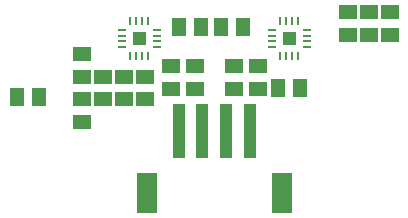
<source format=gbr>
G04 EAGLE Gerber RS-274X export*
G75*
%MOMM*%
%FSLAX34Y34*%
%LPD*%
%INSolderpaste Top*%
%IPPOS*%
%AMOC8*
5,1,8,0,0,1.08239X$1,22.5*%
G01*
%ADD10R,0.800000X0.280000*%
%ADD11R,0.280000X0.800000*%
%ADD12R,1.500000X1.240000*%
%ADD13R,1.240000X1.500000*%
%ADD14R,1.000000X4.600000*%
%ADD15R,1.700000X3.400000*%

G36*
X386145Y146697D02*
X386145Y146697D01*
X386211Y146699D01*
X386254Y146717D01*
X386301Y146725D01*
X386358Y146759D01*
X386418Y146784D01*
X386453Y146815D01*
X386494Y146840D01*
X386536Y146891D01*
X386584Y146935D01*
X386606Y146977D01*
X386635Y147014D01*
X386656Y147076D01*
X386687Y147135D01*
X386695Y147189D01*
X386707Y147226D01*
X386706Y147266D01*
X386714Y147320D01*
X386714Y157480D01*
X386703Y157545D01*
X386701Y157611D01*
X386683Y157654D01*
X386675Y157701D01*
X386641Y157758D01*
X386616Y157818D01*
X386585Y157853D01*
X386560Y157894D01*
X386509Y157936D01*
X386465Y157984D01*
X386423Y158006D01*
X386386Y158035D01*
X386324Y158056D01*
X386265Y158087D01*
X386211Y158095D01*
X386174Y158107D01*
X386134Y158106D01*
X386080Y158114D01*
X375920Y158114D01*
X375855Y158103D01*
X375789Y158101D01*
X375746Y158083D01*
X375699Y158075D01*
X375642Y158041D01*
X375582Y158016D01*
X375547Y157985D01*
X375506Y157960D01*
X375465Y157909D01*
X375416Y157865D01*
X375394Y157823D01*
X375365Y157786D01*
X375344Y157724D01*
X375313Y157665D01*
X375305Y157611D01*
X375293Y157574D01*
X375293Y157563D01*
X375293Y157562D01*
X375294Y157532D01*
X375286Y157480D01*
X375286Y147320D01*
X375297Y147255D01*
X375299Y147189D01*
X375317Y147146D01*
X375325Y147099D01*
X375359Y147042D01*
X375384Y146982D01*
X375415Y146947D01*
X375440Y146906D01*
X375491Y146865D01*
X375535Y146816D01*
X375577Y146794D01*
X375614Y146765D01*
X375676Y146744D01*
X375735Y146713D01*
X375789Y146705D01*
X375826Y146693D01*
X375866Y146694D01*
X375920Y146686D01*
X386080Y146686D01*
X386145Y146697D01*
G37*
G36*
X259145Y146697D02*
X259145Y146697D01*
X259211Y146699D01*
X259254Y146717D01*
X259301Y146725D01*
X259358Y146759D01*
X259418Y146784D01*
X259453Y146815D01*
X259494Y146840D01*
X259536Y146891D01*
X259584Y146935D01*
X259606Y146977D01*
X259635Y147014D01*
X259656Y147076D01*
X259687Y147135D01*
X259695Y147189D01*
X259707Y147226D01*
X259706Y147266D01*
X259714Y147320D01*
X259714Y157480D01*
X259703Y157545D01*
X259701Y157611D01*
X259683Y157654D01*
X259675Y157701D01*
X259641Y157758D01*
X259616Y157818D01*
X259585Y157853D01*
X259560Y157894D01*
X259509Y157936D01*
X259465Y157984D01*
X259423Y158006D01*
X259386Y158035D01*
X259324Y158056D01*
X259265Y158087D01*
X259211Y158095D01*
X259174Y158107D01*
X259134Y158106D01*
X259080Y158114D01*
X248920Y158114D01*
X248855Y158103D01*
X248789Y158101D01*
X248746Y158083D01*
X248699Y158075D01*
X248642Y158041D01*
X248582Y158016D01*
X248547Y157985D01*
X248506Y157960D01*
X248465Y157909D01*
X248416Y157865D01*
X248394Y157823D01*
X248365Y157786D01*
X248344Y157724D01*
X248313Y157665D01*
X248305Y157611D01*
X248293Y157574D01*
X248293Y157563D01*
X248293Y157562D01*
X248294Y157532D01*
X248286Y157480D01*
X248286Y147320D01*
X248297Y147255D01*
X248299Y147189D01*
X248317Y147146D01*
X248325Y147099D01*
X248359Y147042D01*
X248384Y146982D01*
X248415Y146947D01*
X248440Y146906D01*
X248491Y146865D01*
X248535Y146816D01*
X248577Y146794D01*
X248614Y146765D01*
X248676Y146744D01*
X248735Y146713D01*
X248789Y146705D01*
X248826Y146693D01*
X248866Y146694D01*
X248920Y146686D01*
X259080Y146686D01*
X259145Y146697D01*
G37*
D10*
X239000Y159900D03*
X239000Y154900D03*
X239000Y149900D03*
X239000Y144900D03*
D11*
X246500Y137400D03*
X251500Y137400D03*
X256500Y137400D03*
X261500Y137400D03*
D10*
X269000Y144900D03*
X269000Y149900D03*
X269000Y154900D03*
X269000Y159900D03*
D11*
X261500Y167400D03*
X256500Y167400D03*
X251500Y167400D03*
X246500Y167400D03*
D12*
X205740Y139040D03*
X205740Y120040D03*
X448310Y174600D03*
X448310Y155600D03*
X430530Y174600D03*
X430530Y155600D03*
X280670Y128880D03*
X280670Y109880D03*
X300990Y128880D03*
X300990Y109880D03*
D13*
X306680Y162560D03*
X287680Y162560D03*
D12*
X205740Y81940D03*
X205740Y100940D03*
D10*
X396000Y144900D03*
X396000Y149900D03*
X396000Y154900D03*
X396000Y159900D03*
D11*
X388500Y167400D03*
X383500Y167400D03*
X378500Y167400D03*
X373500Y167400D03*
D10*
X366000Y159900D03*
X366000Y154900D03*
X366000Y149900D03*
X366000Y144900D03*
D11*
X373500Y137400D03*
X378500Y137400D03*
X383500Y137400D03*
X388500Y137400D03*
D12*
X241300Y119990D03*
X241300Y100990D03*
X259080Y119990D03*
X259080Y100990D03*
X354330Y128880D03*
X354330Y109880D03*
X334010Y128880D03*
X334010Y109880D03*
D13*
X323240Y162560D03*
X342240Y162560D03*
X371500Y110490D03*
X390500Y110490D03*
D14*
X347500Y73830D03*
X327500Y73830D03*
D15*
X374500Y21830D03*
X260500Y21830D03*
D14*
X307500Y73830D03*
X287500Y73830D03*
D13*
X169520Y102870D03*
X150520Y102870D03*
D12*
X466090Y174600D03*
X466090Y155600D03*
X223520Y119990D03*
X223520Y100990D03*
M02*

</source>
